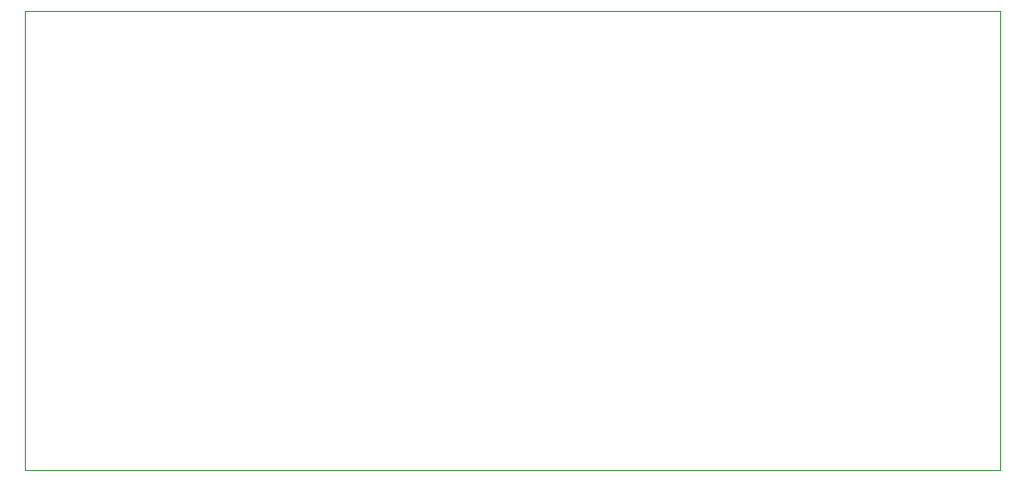
<source format=gbr>
%TF.GenerationSoftware,Altium Limited,Altium Designer,25.2.1 (25)*%
G04 Layer_Color=0*
%FSLAX45Y45*%
%MOMM*%
%TF.SameCoordinates,EB21593C-EBE9-4C46-B465-0E1A71836AD5*%
%TF.FilePolarity,Positive*%
%TF.FileFunction,Profile,NP*%
%TF.Part,Single*%
G01*
G75*
%TA.AperFunction,Profile*%
%ADD38C,0.02540*%
D38*
X2743200Y8407400D02*
Y12319000D01*
X11049000D01*
Y8407400D01*
X2743200D01*
%TF.MD5,9a0e678c64a718efefb7f69f3956b243*%
M02*

</source>
